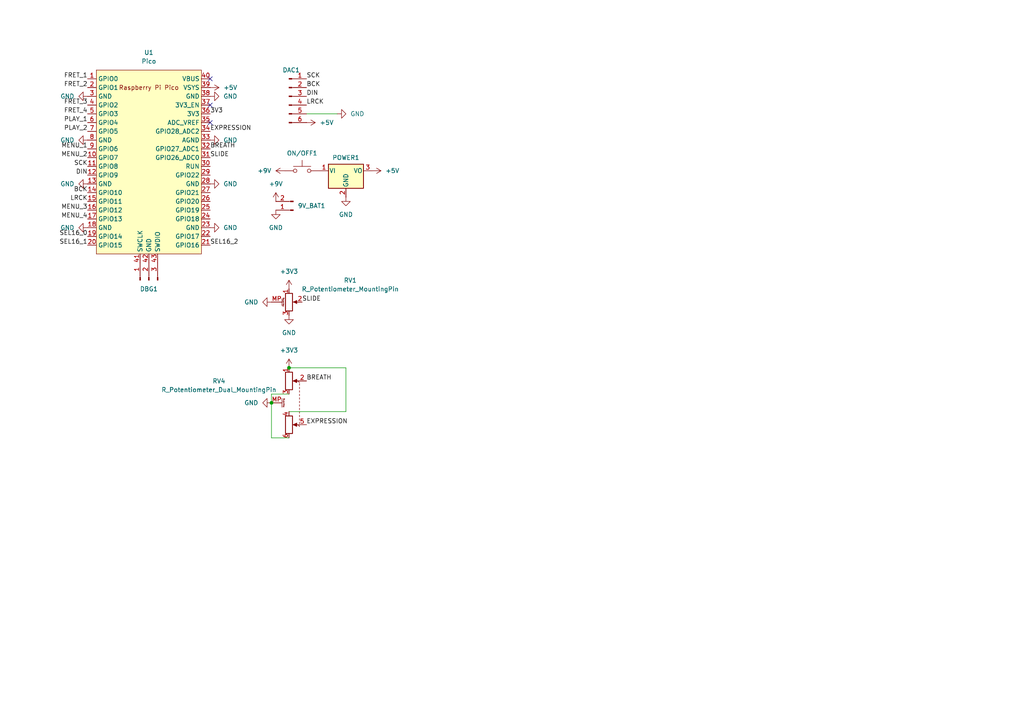
<source format=kicad_sch>
(kicad_sch (version 20250114) (generator "eeschema") (generator_version "9.0")
  (paper "A4")
  (lib_symbols
    (symbol "Connector:Conn_01x02_Pin" (pin_names (offset 1.016) (hide yes))
      (property "Reference" "J" (at 0 2.54 0))
      (property "Value" "Conn_01x02_Pin" (at 0 -5.08 0))
      (symbol "Conn_01x02_Pin_1_1"
        (rectangle (start 0.8636 0.127) (end 0 -0.127) (stroke (width 0.1524)) (fill (type outline)))
        (rectangle (start 0.8636 -2.413) (end 0 -2.667) (stroke (width 0.1524)) (fill (type outline)))
        (polyline (pts (xy 1.27 0) (xy 0.8636 0)) (stroke (width 0.1524)))
        (polyline (pts (xy 1.27 -2.54) (xy 0.8636 -2.54)) (stroke (width 0.1524)))
        (pin passive line (at 5.08 0 180) (length 3.81) (name "Pin_1") (number "1"))
        (pin passive line (at 5.08 -2.54 180) (length 3.81) (name "Pin_2") (number "2"))
      )
    )
    (symbol "Connector:Conn_01x03_Pin" (pin_names (offset 1.016) (hide yes))
      (property "Reference" "J" (at 0 5.08 0))
      (property "Value" "Conn_01x03_Pin" (at 0 -5.08 0))
      (symbol "Conn_01x03_Pin_1_1"
        (rectangle (start 0.8636 2.667) (end 0 2.413) (stroke (width 0.1524)) (fill (type outline)))
        (rectangle (start 0.8636 0.127) (end 0 -0.127) (stroke (width 0.1524)) (fill (type outline)))
        (rectangle (start 0.8636 -2.413) (end 0 -2.667) (stroke (width 0.1524)) (fill (type outline)))
        (polyline (pts (xy 1.27 2.54) (xy 0.8636 2.54)) (stroke (width 0.1524)))
        (polyline (pts (xy 1.27 0) (xy 0.8636 0)) (stroke (width 0.1524)))
        (polyline (pts (xy 1.27 -2.54) (xy 0.8636 -2.54)) (stroke (width 0.1524)))
        (pin passive line (at 5.08 2.54 180) (length 3.81) (name "Pin_1") (number "1"))
        (pin passive line (at 5.08 0 180) (length 3.81) (name "Pin_2") (number "2"))
        (pin passive line (at 5.08 -2.54 180) (length 3.81) (name "Pin_3") (number "3"))
      )
    )
    (symbol "Connector:Conn_01x06_Pin" (pin_names (offset 1.016) (hide yes))
      (property "Reference" "J" (at 0 7.62 0))
      (property "Value" "Conn_01x06_Pin" (at 0 -10.16 0))
      (symbol "Conn_01x06_Pin_1_1"
        (rectangle (start 0.8636 5.207) (end 0 4.953) (stroke (width 0.1524)) (fill (type outline)))
        (rectangle (start 0.8636 2.667) (end 0 2.413) (stroke (width 0.1524)) (fill (type outline)))
        (rectangle (start 0.8636 0.127) (end 0 -0.127) (stroke (width 0.1524)) (fill (type outline)))
        (rectangle (start 0.8636 -2.413) (end 0 -2.667) (stroke (width 0.1524)) (fill (type outline)))
        (rectangle (start 0.8636 -4.953) (end 0 -5.207) (stroke (width 0.1524)) (fill (type outline)))
        (rectangle (start 0.8636 -7.493) (end 0 -7.747) (stroke (width 0.1524)) (fill (type outline)))
        (polyline (pts (xy 1.27 5.08) (xy 0.8636 5.08)) (stroke (width 0.1524)))
        (polyline (pts (xy 1.27 2.54) (xy 0.8636 2.54)) (stroke (width 0.1524)))
        (polyline (pts (xy 1.27 0) (xy 0.8636 0)) (stroke (width 0.1524)))
        (polyline (pts (xy 1.27 -2.54) (xy 0.8636 -2.54)) (stroke (width 0.1524)))
        (polyline (pts (xy 1.27 -5.08) (xy 0.8636 -5.08)) (stroke (width 0.1524)))
        (polyline (pts (xy 1.27 -7.62) (xy 0.8636 -7.62)) (stroke (width 0.1524)))
        (pin passive line (at 5.08 5.08 180) (length 3.81) (name "Pin_1") (number "1"))
        (pin passive line (at 5.08 2.54 180) (length 3.81) (name "Pin_2") (number "2"))
        (pin passive line (at 5.08 0 180) (length 3.81) (name "Pin_3") (number "3"))
        (pin passive line (at 5.08 -2.54 180) (length 3.81) (name "Pin_4") (number "4"))
        (pin passive line (at 5.08 -5.08 180) (length 3.81) (name "Pin_5") (number "5"))
        (pin passive line (at 5.08 -7.62 180) (length 3.81) (name "Pin_6") (number "6"))
      )
    )
    (symbol "Device:R_Potentiometer_Dual_MountingPin" (pin_names (offset 1.016) (hide yes))
      (property "Reference" "RV" (at 0 3.81 0))
      (property "Value" "R_Potentiometer_Dual_MountingPin" (at 0 1.905 0))
      (symbol "R_Potentiometer_Dual_MountingPin_0_1"
        (rectangle (start -8.89 -1.524) (end -3.81 -3.556) (stroke (width 0.254)))
        (polyline (pts (xy -6.35 0) (xy -6.35 -1.016)))
        (polyline (pts (xy -6.35 0) (xy -6.35 -1.016)))
        (polyline (pts (xy -6.35 0) (xy -5.842 0.508)))
        (polyline (pts (xy -6.35 -1.397) (xy -6.858 -0.254) (xy -5.842 -0.254) (xy -6.35 -1.397)) (fill (type outline)))
        (polyline (pts (xy -5.588 0.508) (xy -5.08 0.508)))
        (polyline (pts (xy -4.572 0.508) (xy -4.064 0.508)))
        (polyline (pts (xy -3.556 0.508) (xy -3.048 0.508)))
        (polyline (pts (xy -2.54 0.508) (xy -2.032 0.508)))
        (polyline (pts (xy -1.524 0.508) (xy -1.016 0.508)))
        (polyline (pts (xy -0.508 0.508) (xy 0 0.508)))
        (polyline (pts (xy 0.508 0.508) (xy 1.016 0.508)))
        (polyline (pts (xy 1.524 0.508) (xy 2.032 0.508)))
        (polyline (pts (xy 2.54 0.508) (xy 3.048 0.508)))
        (polyline (pts (xy 3.556 0.508) (xy 4.064 0.508)))
        (rectangle (start 3.81 -1.524) (end 8.89 -3.556) (stroke (width 0.254)))
        (polyline (pts (xy 4.572 0.508) (xy 5.08 0.508)))
        (polyline (pts (xy 5.588 0.508) (xy 6.096 0.508)))
        (polyline (pts (xy 6.35 0) (xy 6.35 -1.016)))
        (polyline (pts (xy 6.35 0) (xy 6.35 -1.016)))
        (polyline (pts (xy 6.35 -1.397) (xy 5.842 -0.254) (xy 6.858 -0.254) (xy 6.35 -1.397)) (fill (type outline)))
        (polyline (pts (xy 6.604 0.508) (xy 6.858 0.508) (xy 6.35 0)))
      )
      (symbol "R_Potentiometer_Dual_MountingPin_1_1"
        (polyline (pts (xy -1.27 -4.578) (xy 1.27 -4.578)))
        (text "Mounting" (at 0 -4.066 0) (effects (font (size 0.381 0.381))))
        (pin passive line (at -10.16 -2.54 0) (length 1.27) (name "1") (number "1"))
        (pin passive line (at -6.35 2.54 270) (length 2.54) (name "2") (number "2"))
        (pin passive line (at -2.54 -2.54 180) (length 1.27) (name "3") (number "3"))
        (pin passive line (at 0 -7.62 90) (length 3.048) (name "MountPin") (number "MP"))
        (pin passive line (at 2.54 -2.54 0) (length 1.27) (name "4") (number "4"))
        (pin passive line (at 6.35 2.54 270) (length 2.54) (name "5") (number "5"))
        (pin passive line (at 10.16 -2.54 180) (length 1.27) (name "6") (number "6"))
      )
    )
    (symbol "Device:R_Potentiometer_MountingPin" (pin_names (offset 1.016) (hide yes))
      (property "Reference" "RV" (at -8.255 0 90))
      (property "Value" "R_Potentiometer_MountingPin" (at -6.35 0 90))
      (symbol "R_Potentiometer_MountingPin_0_1"
        (rectangle (start 1.016 2.54) (end -1.016 -2.54) (stroke (width 0.254)))
        (polyline (pts (xy 1.143 0) (xy 2.286 0.508) (xy 2.286 -0.508)) (fill (type outline)))
        (polyline (pts (xy 2.54 0) (xy 1.524 0)))
      )
      (symbol "R_Potentiometer_MountingPin_1_1"
        (polyline (pts (xy -2.032 1.016) (xy -2.032 -1.016)) (stroke (width 0.1524)))
        (text "Mounting" (at -1.651 0 900) (effects (font (size 0.381 0.381))))
        (pin passive line (at -5.08 0 0) (length 3.048) (name "MountPin") (number "MP"))
        (pin passive line (at 0 3.81 270) (length 1.27) (name "1") (number "1"))
        (pin passive line (at 0 -3.81 90) (length 1.27) (name "3") (number "3"))
        (pin passive line (at 3.81 0 180) (length 1.27) (name "2") (number "2"))
      )
    )
    (symbol "Regulator_Linear:LM7805_TO220" (pin_names (offset 0.254))
      (property "Reference" "U" (at -3.81 3.175 0))
      (property "Value" "LM7805_TO220" (at 0 3.175 0))
      (symbol "LM7805_TO220_0_1"
        (rectangle (start -5.08 1.905) (end 5.08 -5.08) (stroke (width 0.254)) (fill (type background)))
      )
      (symbol "LM7805_TO220_1_1"
        (pin power_in line (at -7.62 0 0) (length 2.54) (name "VI") (number "1"))
        (pin power_in line (at 0 -7.62 90) (length 2.54) (name "GND") (number "2"))
        (pin power_out line (at 7.62 0 180) (length 2.54) (name "VO") (number "3"))
      )
    )
    (symbol "Switch:SW_Push" (pin_numbers (hide yes)) (pin_names (offset 1.016) (hide yes))
      (property "Reference" "SW" (at 1.27 2.54 0))
      (property "Value" "SW_Push" (at 0 -1.524 0))
      (symbol "SW_Push_0_1"
        (circle (center -2.032 0) (radius 0.508))
        (polyline (pts (xy 0 1.27) (xy 0 3.048)))
        (circle (center 2.032 0) (radius 0.508))
        (polyline (pts (xy 2.54 1.27) (xy -2.54 1.27)))
        (pin passive line (at -5.08 0 0) (length 2.54) (name "1") (number "1"))
        (pin passive line (at 5.08 0 180) (length 2.54) (name "2") (number "2"))
      )
    )
    (symbol "pico:Pico"
      (property "Reference" "U" (at -13.97 27.94 0))
      (property "Value" "Pico" (at 0 19.05 0))
      (symbol "Pico_0_0"
        (text "Raspberry Pi Pico" (at 0 21.59 0) (effects (font (size 1.27 1.27))))
      )
      (symbol "Pico_0_1"
        (rectangle (start -15.24 26.67) (end 15.24 -26.67) (fill (type background)))
      )
      (symbol "Pico_1_1"
        (pin bidirectional line (at -17.78 24.13 0) (length 2.54) (name "GPIO0") (number "1"))
        (pin bidirectional line (at -17.78 21.59 0) (length 2.54) (name "GPIO1") (number "2"))
        (pin power_in line (at -17.78 19.05 0) (length 2.54) (name "GND") (number "3"))
        (pin bidirectional line (at -17.78 16.51 0) (length 2.54) (name "GPIO2") (number "4"))
        (pin bidirectional line (at -17.78 13.97 0) (length 2.54) (name "GPIO3") (number "5"))
        (pin bidirectional line (at -17.78 11.43 0) (length 2.54) (name "GPIO4") (number "6"))
        (pin bidirectional line (at -17.78 8.89 0) (length 2.54) (name "GPIO5") (number "7"))
        (pin power_in line (at -17.78 6.35 0) (length 2.54) (name "GND") (number "8"))
        (pin bidirectional line (at -17.78 3.81 0) (length 2.54) (name "GPIO6") (number "9"))
        (pin bidirectional line (at -17.78 1.27 0) (length 2.54) (name "GPIO7") (number "10"))
        (pin bidirectional line (at -17.78 -1.27 0) (length 2.54) (name "GPIO8") (number "11"))
        (pin bidirectional line (at -17.78 -3.81 0) (length 2.54) (name "GPIO9") (number "12"))
        (pin power_in line (at -17.78 -6.35 0) (length 2.54) (name "GND") (number "13"))
        (pin bidirectional line (at -17.78 -8.89 0) (length 2.54) (name "GPIO10") (number "14"))
        (pin bidirectional line (at -17.78 -11.43 0) (length 2.54) (name "GPIO11") (number "15"))
        (pin bidirectional line (at -17.78 -13.97 0) (length 2.54) (name "GPIO12") (number "16"))
        (pin bidirectional line (at -17.78 -16.51 0) (length 2.54) (name "GPIO13") (number "17"))
        (pin power_in line (at -17.78 -19.05 0) (length 2.54) (name "GND") (number "18"))
        (pin bidirectional line (at -17.78 -21.59 0) (length 2.54) (name "GPIO14") (number "19"))
        (pin bidirectional line (at -17.78 -24.13 0) (length 2.54) (name "GPIO15") (number "20"))
        (pin input line (at -2.54 -29.21 90) (length 2.54) (name "SWCLK") (number "41"))
        (pin power_in line (at 0 -29.21 90) (length 2.54) (name "GND") (number "42"))
        (pin bidirectional line (at 2.54 -29.21 90) (length 2.54) (name "SWDIO") (number "43"))
        (pin power_in line (at 17.78 24.13 180) (length 2.54) (name "VBUS") (number "40"))
        (pin power_in line (at 17.78 21.59 180) (length 2.54) (name "VSYS") (number "39"))
        (pin bidirectional line (at 17.78 19.05 180) (length 2.54) (name "GND") (number "38"))
        (pin input line (at 17.78 16.51 180) (length 2.54) (name "3V3_EN") (number "37"))
        (pin power_in line (at 17.78 13.97 180) (length 2.54) (name "3V3") (number "36"))
        (pin power_in line (at 17.78 11.43 180) (length 2.54) (name "ADC_VREF") (number "35"))
        (pin bidirectional line (at 17.78 8.89 180) (length 2.54) (name "GPIO28_ADC2") (number "34"))
        (pin power_in line (at 17.78 6.35 180) (length 2.54) (name "AGND") (number "33"))
        (pin bidirectional line (at 17.78 3.81 180) (length 2.54) (name "GPIO27_ADC1") (number "32"))
        (pin bidirectional line (at 17.78 1.27 180) (length 2.54) (name "GPIO26_ADC0") (number "31"))
        (pin input line (at 17.78 -1.27 180) (length 2.54) (name "RUN") (number "30"))
        (pin bidirectional line (at 17.78 -3.81 180) (length 2.54) (name "GPIO22") (number "29"))
        (pin power_in line (at 17.78 -6.35 180) (length 2.54) (name "GND") (number "28"))
        (pin bidirectional line (at 17.78 -8.89 180) (length 2.54) (name "GPIO21") (number "27"))
        (pin bidirectional line (at 17.78 -11.43 180) (length 2.54) (name "GPIO20") (number "26"))
        (pin bidirectional line (at 17.78 -13.97 180) (length 2.54) (name "GPIO19") (number "25"))
        (pin bidirectional line (at 17.78 -16.51 180) (length 2.54) (name "GPIO18") (number "24"))
        (pin power_in line (at 17.78 -19.05 180) (length 2.54) (name "GND") (number "23"))
        (pin bidirectional line (at 17.78 -21.59 180) (length 2.54) (name "GPIO17") (number "22"))
        (pin bidirectional line (at 17.78 -24.13 180) (length 2.54) (name "GPIO16") (number "21"))
      )
    )
    (symbol "power:+3V3" (power) (pin_numbers (hide yes)) (pin_names (offset 0) (hide yes))
      (property "Value" "+3V3" (at 0 3.556 0))
      (symbol "+3V3_0_1"
        (polyline (pts (xy -0.762 1.27) (xy 0 2.54)))
        (polyline (pts (xy 0 2.54) (xy 0.762 1.27)))
        (polyline (pts (xy 0 0) (xy 0 2.54)))
      )
      (symbol "+3V3_1_1"
        (pin power_in line (at 0 0 90) (length 0) (name "~") (number "1"))
      )
    )
    (symbol "power:+5V" (power) (pin_numbers (hide yes)) (pin_names (offset 0) (hide yes))
      (property "Value" "+5V" (at 0 3.556 0))
      (symbol "+5V_0_1"
        (polyline (pts (xy -0.762 1.27) (xy 0 2.54)))
        (polyline (pts (xy 0 2.54) (xy 0.762 1.27)))
        (polyline (pts (xy 0 0) (xy 0 2.54)))
      )
      (symbol "+5V_1_1"
        (pin power_in line (at 0 0 90) (length 0) (name "~") (number "1"))
      )
    )
    (symbol "power:+9V" (power) (pin_numbers (hide yes)) (pin_names (offset 0) (hide yes))
      (property "Value" "+9V" (at 0 3.556 0))
      (symbol "+9V_0_1"
        (polyline (pts (xy -0.762 1.27) (xy 0 2.54)))
        (polyline (pts (xy 0 2.54) (xy 0.762 1.27)))
        (polyline (pts (xy 0 0) (xy 0 2.54)))
      )
      (symbol "+9V_1_1"
        (pin power_in line (at 0 0 90) (length 0) (name "~") (number "1"))
      )
    )
    (symbol "power:GND" (power) (pin_numbers (hide yes)) (pin_names (offset 0) (hide yes))
      (property "Value" "GND" (at 0 -3.81 0))
      (symbol "GND_0_1"
        (polyline (pts (xy 0 0) (xy 0 -1.27) (xy 1.27 -1.27) (xy 0 -2.54) (xy -1.27 -1.27) (xy 0 -1.27)))
      )
      (symbol "GND_1_1"
        (pin power_in line (at 0 0 270) (length 0) (name "~") (number "1"))
      )
    )
  )
  (junction (at 83.82 106.68))
  (junction (at 78.74 116.84))
  (no_connect (at 60.96 35.56))
  (no_connect (at 60.96 22.86))
  (no_connect (at 60.96 30.48))
  (wire (pts (xy 88.9 33.02) (xy 97.79 33.02)))
  (wire (pts (xy 100.33 106.68) (xy 83.82 106.68)))
  (wire (pts (xy 83.82 127) (xy 78.74 127)))
  (wire (pts (xy 78.74 114.3) (xy 78.74 116.84)))
  (wire (pts (xy 78.74 127) (xy 78.74 116.84)))
  (wire (pts (xy 100.33 119.38) (xy 100.33 106.68)))
  (wire (pts (xy 83.82 114.3) (xy 78.74 114.3)))
  (wire (pts (xy 83.82 119.38) (xy 100.33 119.38)))
  (label "3V3" (at 60.96 33.02 0))
  (label "FRET_4" (at 25.4 33.02 180))
  (label "EXPRESSION" (at 88.9 123.19 0))
  (label "FRET_2" (at 25.4 25.4 180))
  (label "SEL16_0" (at 25.4 68.58 180))
  (label "PLAY_1" (at 25.4 35.56 180))
  (label "SCK" (at 88.9 22.86 0))
  (label "SLIDE" (at 87.63 87.63 0))
  (label "BCK" (at 88.9 25.4 0))
  (label "SEL16_1" (at 25.4 71.12 180))
  (label "BREATH" (at 88.9 110.49 0))
  (label "PLAY_2" (at 25.4 38.1 180))
  (label "MENU_1" (at 25.4 43.18 180))
  (label "SCK" (at 25.4 48.26 180))
  (label "LRCK" (at 25.4 58.42 180))
  (label "SLIDE" (at 60.96 45.72 0))
  (label "DIN" (at 25.4 50.8 180))
  (label "FRET_3" (at 25.4 30.48 180))
  (label "BREATH" (at 60.96 43.18 0))
  (label "MENU_3" (at 25.4 60.96 180))
  (label "BCK" (at 25.4 55.88 180))
  (label "DIN" (at 88.9 27.94 0))
  (label "SEL16_2" (at 60.96 71.12 0))
  (label "EXPRESSION" (at 60.96 38.1 0))
  (label "FRET_1" (at 25.4 22.86 180))
  (label "MENU_4" (at 25.4 63.5 180))
  (label "MENU_2" (at 25.4 45.72 180))
  (label "LRCK" (at 88.9 30.48 0))
  (symbol (lib_id "power:GND") (at 60.96 66.04 90) (unit 1)
    (property "Reference" "#PWR09" (effects (hide yes)))
    (property "Value" "GND" (at 64.77 66.0399 90) (effects (justify right)))
    (property "Description" "Power symbol creates a global label with name \"GND\" , ground" (effects (hide yes)))
  )
  (symbol (lib_id "power:+5V") (at 88.9 35.56 270) (unit 1)
    (property "Reference" "#PWR013" (effects (hide yes)))
    (property "Value" "+5V" (at 92.71 35.5599 90) (effects (justify left)))
    (property "Description" "Power symbol creates a global label with name \"+5V\"" (effects (hide yes)))
  )
  (symbol (lib_id "power:GND") (at 25.4 27.94 270) (unit 1)
    (property "Reference" "#PWR01" (effects (hide yes)))
    (property "Value" "GND" (at 21.59 27.9399 90) (effects (justify right)))
    (property "Description" "Power symbol creates a global label with name \"GND\" , ground" (effects (hide yes)))
  )
  (symbol (lib_id "power:GND") (at 80.01 60.96 0) (unit 1)
    (property "Reference" "#PWR011" (effects (hide yes)))
    (property "Value" "GND" (at 80.01 66.04 0))
    (property "Description" "Power symbol creates a global label with name \"GND\" , ground" (effects (hide yes)))
  )
  (symbol (lib_id "Regulator_Linear:LM7805_TO220") (at 100.33 49.53 0) (unit 1)
    (property "Reference" "POWER1" (at 100.33 45.72 0))
    (property "Value" "LM7805_TO220" (effects (hide yes)))
    (property "Footprint" "Package_TO_SOT_THT:TO-220-3_Vertical" (effects (hide yes)))
    (property "Datasheet" "https://www.onsemi.cn/PowerSolutions/document/MC7800-D.PDF" (effects (hide yes)))
    (property "Description" "Positive 1A 35V Linear Regulator, Fixed Output 5V, TO-220" (effects (hide yes)))
  )
  (symbol (lib_id "power:GND") (at 78.74 116.84 270) (unit 1)
    (property "Reference" "#PWR020" (effects (hide yes)))
    (property "Value" "GND" (at 74.93 116.8399 90) (effects (justify right)))
    (property "Description" "Power symbol creates a global label with name \"GND\" , ground" (effects (hide yes)))
  )
  (symbol (lib_id "Device:R_Potentiometer_MountingPin") (at 83.82 87.63 0) (unit 1)
    (property "Reference" "RV1" (at 101.6 81.3114 0))
    (property "Value" "R_Potentiometer_MountingPin" (at 101.6 83.8514 0))
    (property "Footprint" "Potentiometer_THT:Potentiometer_Bourns_PTA6043_Single_Slide" (effects (hide yes)))
    (property "Description" "Potentiometer with a mounting pin" (effects (hide yes)))
  )
  (symbol (lib_id "power:GND") (at 60.96 53.34 90) (unit 1)
    (property "Reference" "#PWR08" (effects (hide yes)))
    (property "Value" "GND" (at 64.77 53.3399 90) (effects (justify right)))
    (property "Description" "Power symbol creates a global label with name \"GND\" , ground" (effects (hide yes)))
  )
  (symbol (lib_id "power:GND") (at 60.96 40.64 90) (unit 1)
    (property "Reference" "#PWR07" (effects (hide yes)))
    (property "Value" "GND" (at 64.77 40.6399 90) (effects (justify right)))
    (property "Description" "Power symbol creates a global label with name \"GND\" , ground" (effects (hide yes)))
  )
  (symbol (lib_id "power:GND") (at 60.96 27.94 90) (unit 1)
    (property "Reference" "#PWR06" (effects (hide yes)))
    (property "Value" "GND" (at 64.77 27.9399 90) (effects (justify right)))
    (property "Description" "Power symbol creates a global label with name \"GND\" , ground" (effects (hide yes)))
  )
  (symbol (lib_id "Connector:Conn_01x02_Pin") (at 85.09 60.96 180) (unit 1)
    (property "Reference" "9V_BAT1" (at 86.36 59.6899 0) (effects (justify right)))
    (property "Value" "Conn_01x02_Pin" (effects (hide yes)))
    (property "Footprint" "Connector_PinSocket_2.54mm:PinSocket_1x02_P2.54mm_Vertical" (effects (hide yes)))
    (property "Description" "Generic connector, single row, 01x02, script generated" (effects (hide yes)))
  )
  (symbol (lib_id "power:GND") (at 25.4 66.04 270) (unit 1)
    (property "Reference" "#PWR04" (effects (hide yes)))
    (property "Value" "GND" (at 21.59 66.0399 90) (effects (justify right)))
    (property "Description" "Power symbol creates a global label with name \"GND\" , ground" (effects (hide yes)))
  )
  (symbol (lib_id "pico:Pico") (at 43.18 46.99 0) (unit 1)
    (property "Reference" "U1" (at 43.18 15.24 0))
    (property "Value" "Pico" (at 43.18 17.78 0))
    (property "Footprint" "MCU_RaspberryPi_and_Boards:RPi_Pico_SMD_TH" (effects (hide yes)))
  )
  (symbol (lib_id "Switch:SW_Push") (at 87.63 49.53 0) (unit 1)
    (property "Reference" "ON/OFF1" (at 87.63 44.45 0))
    (property "Value" "SW_Push" (effects (hide yes)))
    (property "Footprint" "Connector_PinHeader_2.54mm:PinHeader_1x03_P2.54mm_Vertical" (effects (hide yes)))
    (property "Description" "Push button switch, generic, two pins" (effects (hide yes)))
  )
  (symbol (lib_id "power:GND") (at 83.82 91.44 0) (unit 1)
    (property "Reference" "#PWR018" (effects (hide yes)))
    (property "Value" "GND" (at 83.82 96.52 0))
    (property "Description" "Power symbol creates a global label with name \"GND\" , ground" (effects (hide yes)))
  )
  (symbol (lib_id "power:+9V") (at 82.55 49.53 90) (unit 1)
    (property "Reference" "#PWR012" (effects (hide yes)))
    (property "Value" "+9V" (at 78.74 49.5299 90) (effects (justify left)))
    (property "Description" "Power symbol creates a global label with name \"+9V\"" (effects (hide yes)))
  )
  (symbol (lib_id "power:GND") (at 25.4 53.34 270) (unit 1)
    (property "Reference" "#PWR03" (effects (hide yes)))
    (property "Value" "GND" (at 21.59 53.3399 90) (effects (justify right)))
    (property "Description" "Power symbol creates a global label with name \"GND\" , ground" (effects (hide yes)))
  )
  (symbol (lib_id "power:GND") (at 97.79 33.02 90) (unit 1)
    (property "Reference" "#PWR014" (effects (hide yes)))
    (property "Value" "GND" (at 101.6 33.0199 90) (effects (justify right)))
    (property "Description" "Power symbol creates a global label with name \"GND\" , ground" (effects (hide yes)))
  )
  (symbol (lib_id "power:+5V") (at 107.95 49.53 270) (unit 1)
    (property "Reference" "#PWR016" (effects (hide yes)))
    (property "Value" "+5V" (at 111.76 49.5299 90) (effects (justify left)))
    (property "Description" "Power symbol creates a global label with name \"+5V\"" (effects (hide yes)))
  )
  (symbol (lib_id "power:GND") (at 25.4 40.64 270) (unit 1)
    (property "Reference" "#PWR02" (effects (hide yes)))
    (property "Value" "GND" (at 21.59 40.6399 90) (effects (justify right)))
    (property "Description" "Power symbol creates a global label with name \"GND\" , ground" (effects (hide yes)))
  )
  (symbol (lib_id "power:+3V3") (at 83.82 83.82 0) (unit 1)
    (property "Reference" "#PWR017" (effects (hide yes)))
    (property "Value" "+3V3" (at 83.82 78.74 0))
    (property "Description" "Power symbol creates a global label with name \"+3V3\"" (effects (hide yes)))
  )
  (symbol (lib_id "Device:R_Potentiometer_Dual_MountingPin") (at 86.36 116.84 270) (unit 1)
    (property "Reference" "RV4" (at 63.5 110.5214 90))
    (property "Value" "R_Potentiometer_Dual_MountingPin" (at 63.5 113.0614 90))
    (property "Description" "Dual potentiometer with a mounting pin" (effects (hide yes)))
  )
  (symbol (lib_id "Connector:Conn_01x03_Pin") (at 43.18 81.28 90) (unit 1)
    (property "Reference" "DBG1" (at 43.18 83.82 90))
    (property "Value" "Conn_01x03_Pin" (effects (hide yes)))
    (property "Footprint" "Connector_PinSocket_2.54mm:PinSocket_1x03_P2.54mm_Vertical" (effects (hide yes)))
    (property "Description" "Generic connector, single row, 01x03, script generated" (effects (hide yes)))
  )
  (symbol (lib_id "Connector:Conn_01x06_Pin") (at 83.82 27.94 0) (unit 1)
    (property "Reference" "DAC1" (at 84.455 20.32 0))
    (property "Value" "DAC" (effects (hide yes)))
    (property "Footprint" "rytmos:PCM5102_BREAKOUT" (effects (hide yes)))
    (property "Description" "Generic connector, single row, 01x06, script generated" (effects (hide yes)))
  )
  (symbol (lib_id "power:+9V") (at 80.01 58.42 0) (unit 1)
    (property "Reference" "#PWR010" (effects (hide yes)))
    (property "Value" "+9V" (at 80.01 53.34 0))
    (property "Description" "Power symbol creates a global label with name \"+9V\"" (effects (hide yes)))
  )
  (symbol (lib_id "power:+5V") (at 60.96 25.4 270) (unit 1)
    (property "Reference" "#PWR05" (effects (hide yes)))
    (property "Value" "+5V" (at 64.77 25.3999 90) (effects (justify left)))
    (property "Description" "Power symbol creates a global label with name \"+5V\"" (effects (hide yes)))
  )
  (symbol (lib_id "power:GND") (at 100.33 57.15 0) (unit 1)
    (property "Reference" "#PWR015" (effects (hide yes)))
    (property "Value" "GND" (at 100.33 62.23 0))
    (property "Description" "Power symbol creates a global label with name \"GND\" , ground" (effects (hide yes)))
  )
  (symbol (lib_id "power:+3V3") (at 83.82 106.68 0) (unit 1)
    (property "Reference" "#PWR021" (effects (hide yes)))
    (property "Value" "+3V3" (at 83.82 101.6 0))
    (property "Description" "Power symbol creates a global label with name \"+3V3\"" (effects (hide yes)))
  )
  (symbol (lib_id "power:GND") (at 78.74 87.63 270) (unit 1)
    (property "Reference" "#PWR019" (effects (hide yes)))
    (property "Value" "GND" (at 74.93 87.6299 90) (effects (justify right)))
    (property "Description" "Power symbol creates a global label with name \"GND\" , ground" (effects (hide yes)))
  )
)
</source>
